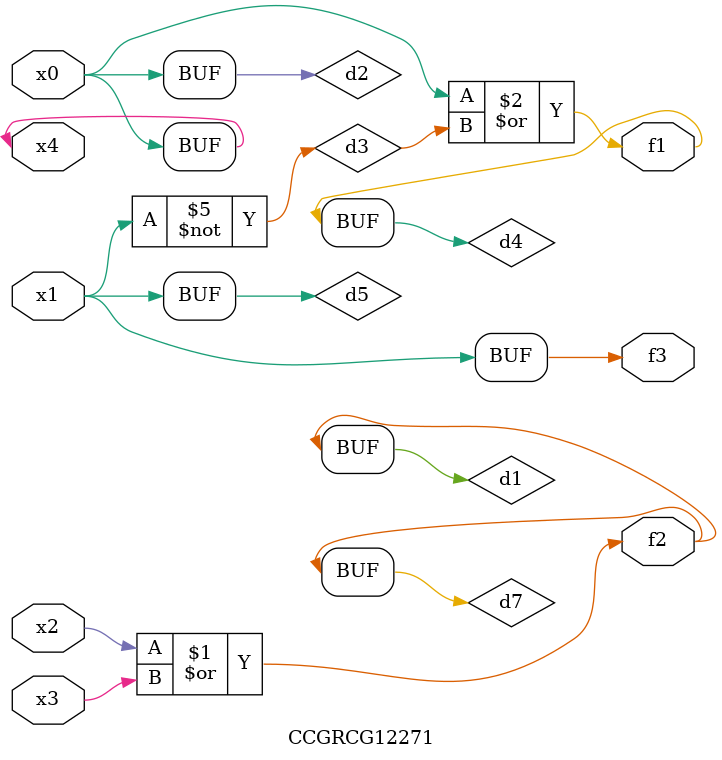
<source format=v>
module CCGRCG12271(
	input x0, x1, x2, x3, x4,
	output f1, f2, f3
);

	wire d1, d2, d3, d4, d5, d6, d7;

	or (d1, x2, x3);
	buf (d2, x0, x4);
	not (d3, x1);
	or (d4, d2, d3);
	not (d5, d3);
	nand (d6, d1, d3);
	or (d7, d1);
	assign f1 = d4;
	assign f2 = d7;
	assign f3 = d5;
endmodule

</source>
